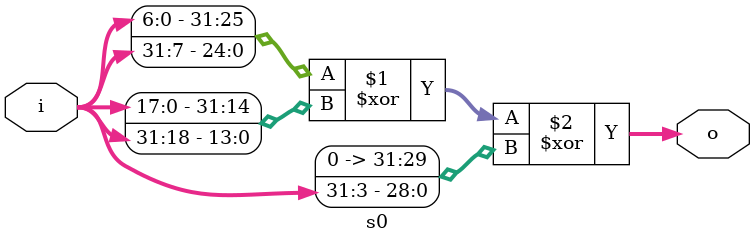
<source format=sv>


module s0(
	  input wire [31:0]  i,
	  output wire [31:0] o
	 );
   assign o = {i[6:0],i[31:7]}^{i[17:0],i[31:18]}^{3'b0,i[31:3]};

endmodule // m

</source>
